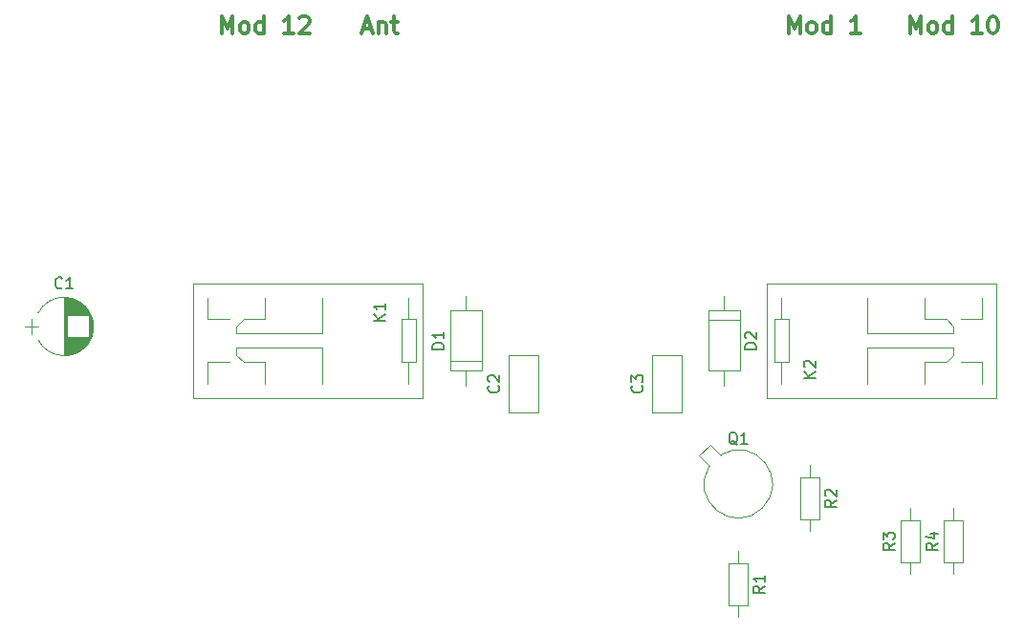
<source format=gbr>
G04 #@! TF.FileFunction,Legend,Top*
%FSLAX46Y46*%
G04 Gerber Fmt 4.6, Leading zero omitted, Abs format (unit mm)*
G04 Created by KiCad (PCBNEW 4.0.7) date 02/11/18 09:34:33*
%MOMM*%
%LPD*%
G01*
G04 APERTURE LIST*
%ADD10C,0.100000*%
%ADD11C,0.300000*%
%ADD12C,0.120000*%
%ADD13C,0.150000*%
G04 APERTURE END LIST*
D10*
D11*
X165767143Y-54018571D02*
X165767143Y-52518571D01*
X166267143Y-53590000D01*
X166767143Y-52518571D01*
X166767143Y-54018571D01*
X167695715Y-54018571D02*
X167552857Y-53947143D01*
X167481429Y-53875714D01*
X167410000Y-53732857D01*
X167410000Y-53304286D01*
X167481429Y-53161429D01*
X167552857Y-53090000D01*
X167695715Y-53018571D01*
X167910000Y-53018571D01*
X168052857Y-53090000D01*
X168124286Y-53161429D01*
X168195715Y-53304286D01*
X168195715Y-53732857D01*
X168124286Y-53875714D01*
X168052857Y-53947143D01*
X167910000Y-54018571D01*
X167695715Y-54018571D01*
X169481429Y-54018571D02*
X169481429Y-52518571D01*
X169481429Y-53947143D02*
X169338572Y-54018571D01*
X169052858Y-54018571D01*
X168910000Y-53947143D01*
X168838572Y-53875714D01*
X168767143Y-53732857D01*
X168767143Y-53304286D01*
X168838572Y-53161429D01*
X168910000Y-53090000D01*
X169052858Y-53018571D01*
X169338572Y-53018571D01*
X169481429Y-53090000D01*
X172124286Y-54018571D02*
X171267143Y-54018571D01*
X171695715Y-54018571D02*
X171695715Y-52518571D01*
X171552858Y-52732857D01*
X171410000Y-52875714D01*
X171267143Y-52947143D01*
X176482858Y-54018571D02*
X176482858Y-52518571D01*
X176982858Y-53590000D01*
X177482858Y-52518571D01*
X177482858Y-54018571D01*
X178411430Y-54018571D02*
X178268572Y-53947143D01*
X178197144Y-53875714D01*
X178125715Y-53732857D01*
X178125715Y-53304286D01*
X178197144Y-53161429D01*
X178268572Y-53090000D01*
X178411430Y-53018571D01*
X178625715Y-53018571D01*
X178768572Y-53090000D01*
X178840001Y-53161429D01*
X178911430Y-53304286D01*
X178911430Y-53732857D01*
X178840001Y-53875714D01*
X178768572Y-53947143D01*
X178625715Y-54018571D01*
X178411430Y-54018571D01*
X180197144Y-54018571D02*
X180197144Y-52518571D01*
X180197144Y-53947143D02*
X180054287Y-54018571D01*
X179768573Y-54018571D01*
X179625715Y-53947143D01*
X179554287Y-53875714D01*
X179482858Y-53732857D01*
X179482858Y-53304286D01*
X179554287Y-53161429D01*
X179625715Y-53090000D01*
X179768573Y-53018571D01*
X180054287Y-53018571D01*
X180197144Y-53090000D01*
X182840001Y-54018571D02*
X181982858Y-54018571D01*
X182411430Y-54018571D02*
X182411430Y-52518571D01*
X182268573Y-52732857D01*
X182125715Y-52875714D01*
X181982858Y-52947143D01*
X183768572Y-52518571D02*
X183911429Y-52518571D01*
X184054286Y-52590000D01*
X184125715Y-52661429D01*
X184197144Y-52804286D01*
X184268572Y-53090000D01*
X184268572Y-53447143D01*
X184197144Y-53732857D01*
X184125715Y-53875714D01*
X184054286Y-53947143D01*
X183911429Y-54018571D01*
X183768572Y-54018571D01*
X183625715Y-53947143D01*
X183554286Y-53875714D01*
X183482858Y-53732857D01*
X183411429Y-53447143D01*
X183411429Y-53090000D01*
X183482858Y-52804286D01*
X183554286Y-52661429D01*
X183625715Y-52590000D01*
X183768572Y-52518571D01*
X115522858Y-54018571D02*
X115522858Y-52518571D01*
X116022858Y-53590000D01*
X116522858Y-52518571D01*
X116522858Y-54018571D01*
X117451430Y-54018571D02*
X117308572Y-53947143D01*
X117237144Y-53875714D01*
X117165715Y-53732857D01*
X117165715Y-53304286D01*
X117237144Y-53161429D01*
X117308572Y-53090000D01*
X117451430Y-53018571D01*
X117665715Y-53018571D01*
X117808572Y-53090000D01*
X117880001Y-53161429D01*
X117951430Y-53304286D01*
X117951430Y-53732857D01*
X117880001Y-53875714D01*
X117808572Y-53947143D01*
X117665715Y-54018571D01*
X117451430Y-54018571D01*
X119237144Y-54018571D02*
X119237144Y-52518571D01*
X119237144Y-53947143D02*
X119094287Y-54018571D01*
X118808573Y-54018571D01*
X118665715Y-53947143D01*
X118594287Y-53875714D01*
X118522858Y-53732857D01*
X118522858Y-53304286D01*
X118594287Y-53161429D01*
X118665715Y-53090000D01*
X118808573Y-53018571D01*
X119094287Y-53018571D01*
X119237144Y-53090000D01*
X121880001Y-54018571D02*
X121022858Y-54018571D01*
X121451430Y-54018571D02*
X121451430Y-52518571D01*
X121308573Y-52732857D01*
X121165715Y-52875714D01*
X121022858Y-52947143D01*
X122451429Y-52661429D02*
X122522858Y-52590000D01*
X122665715Y-52518571D01*
X123022858Y-52518571D01*
X123165715Y-52590000D01*
X123237144Y-52661429D01*
X123308572Y-52804286D01*
X123308572Y-52947143D01*
X123237144Y-53161429D01*
X122380001Y-54018571D01*
X123308572Y-54018571D01*
X128075714Y-53590000D02*
X128790000Y-53590000D01*
X127932857Y-54018571D02*
X128432857Y-52518571D01*
X128932857Y-54018571D01*
X129432857Y-53018571D02*
X129432857Y-54018571D01*
X129432857Y-53161429D02*
X129504285Y-53090000D01*
X129647143Y-53018571D01*
X129861428Y-53018571D01*
X130004285Y-53090000D01*
X130075714Y-53232857D01*
X130075714Y-54018571D01*
X130575714Y-53018571D02*
X131147143Y-53018571D01*
X130790000Y-52518571D02*
X130790000Y-53804286D01*
X130861428Y-53947143D01*
X131004286Y-54018571D01*
X131147143Y-54018571D01*
D12*
X179480000Y-100920000D02*
X181200000Y-100920000D01*
X181200000Y-100920000D02*
X181200000Y-97200000D01*
X181200000Y-97200000D02*
X179480000Y-97200000D01*
X179480000Y-97200000D02*
X179480000Y-100920000D01*
X180340000Y-101990000D02*
X180340000Y-100920000D01*
X180340000Y-96130000D02*
X180340000Y-97200000D01*
X103885722Y-78830277D02*
G75*
G03X99274420Y-78830000I-2305722J-1179723D01*
G01*
X103885722Y-81189723D02*
G75*
G02X99274420Y-81190000I-2305722J1179723D01*
G01*
X103885722Y-81189723D02*
G75*
G03X103885580Y-78830000I-2305722J1179723D01*
G01*
X101580000Y-77460000D02*
X101580000Y-82560000D01*
X101620000Y-77460000D02*
X101620000Y-82560000D01*
X101660000Y-77461000D02*
X101660000Y-82559000D01*
X101700000Y-77462000D02*
X101700000Y-82558000D01*
X101740000Y-77464000D02*
X101740000Y-82556000D01*
X101780000Y-77467000D02*
X101780000Y-82553000D01*
X101820000Y-77471000D02*
X101820000Y-82549000D01*
X101860000Y-77475000D02*
X101860000Y-79030000D01*
X101860000Y-80990000D02*
X101860000Y-82545000D01*
X101900000Y-77479000D02*
X101900000Y-79030000D01*
X101900000Y-80990000D02*
X101900000Y-82541000D01*
X101940000Y-77485000D02*
X101940000Y-79030000D01*
X101940000Y-80990000D02*
X101940000Y-82535000D01*
X101980000Y-77491000D02*
X101980000Y-79030000D01*
X101980000Y-80990000D02*
X101980000Y-82529000D01*
X102020000Y-77497000D02*
X102020000Y-79030000D01*
X102020000Y-80990000D02*
X102020000Y-82523000D01*
X102060000Y-77504000D02*
X102060000Y-79030000D01*
X102060000Y-80990000D02*
X102060000Y-82516000D01*
X102100000Y-77512000D02*
X102100000Y-79030000D01*
X102100000Y-80990000D02*
X102100000Y-82508000D01*
X102140000Y-77521000D02*
X102140000Y-79030000D01*
X102140000Y-80990000D02*
X102140000Y-82499000D01*
X102180000Y-77530000D02*
X102180000Y-79030000D01*
X102180000Y-80990000D02*
X102180000Y-82490000D01*
X102220000Y-77540000D02*
X102220000Y-79030000D01*
X102220000Y-80990000D02*
X102220000Y-82480000D01*
X102260000Y-77550000D02*
X102260000Y-79030000D01*
X102260000Y-80990000D02*
X102260000Y-82470000D01*
X102301000Y-77562000D02*
X102301000Y-79030000D01*
X102301000Y-80990000D02*
X102301000Y-82458000D01*
X102341000Y-77574000D02*
X102341000Y-79030000D01*
X102341000Y-80990000D02*
X102341000Y-82446000D01*
X102381000Y-77586000D02*
X102381000Y-79030000D01*
X102381000Y-80990000D02*
X102381000Y-82434000D01*
X102421000Y-77600000D02*
X102421000Y-79030000D01*
X102421000Y-80990000D02*
X102421000Y-82420000D01*
X102461000Y-77614000D02*
X102461000Y-79030000D01*
X102461000Y-80990000D02*
X102461000Y-82406000D01*
X102501000Y-77628000D02*
X102501000Y-79030000D01*
X102501000Y-80990000D02*
X102501000Y-82392000D01*
X102541000Y-77644000D02*
X102541000Y-79030000D01*
X102541000Y-80990000D02*
X102541000Y-82376000D01*
X102581000Y-77660000D02*
X102581000Y-79030000D01*
X102581000Y-80990000D02*
X102581000Y-82360000D01*
X102621000Y-77677000D02*
X102621000Y-79030000D01*
X102621000Y-80990000D02*
X102621000Y-82343000D01*
X102661000Y-77695000D02*
X102661000Y-79030000D01*
X102661000Y-80990000D02*
X102661000Y-82325000D01*
X102701000Y-77714000D02*
X102701000Y-79030000D01*
X102701000Y-80990000D02*
X102701000Y-82306000D01*
X102741000Y-77734000D02*
X102741000Y-79030000D01*
X102741000Y-80990000D02*
X102741000Y-82286000D01*
X102781000Y-77754000D02*
X102781000Y-79030000D01*
X102781000Y-80990000D02*
X102781000Y-82266000D01*
X102821000Y-77776000D02*
X102821000Y-79030000D01*
X102821000Y-80990000D02*
X102821000Y-82244000D01*
X102861000Y-77798000D02*
X102861000Y-79030000D01*
X102861000Y-80990000D02*
X102861000Y-82222000D01*
X102901000Y-77821000D02*
X102901000Y-79030000D01*
X102901000Y-80990000D02*
X102901000Y-82199000D01*
X102941000Y-77845000D02*
X102941000Y-79030000D01*
X102941000Y-80990000D02*
X102941000Y-82175000D01*
X102981000Y-77870000D02*
X102981000Y-79030000D01*
X102981000Y-80990000D02*
X102981000Y-82150000D01*
X103021000Y-77897000D02*
X103021000Y-79030000D01*
X103021000Y-80990000D02*
X103021000Y-82123000D01*
X103061000Y-77924000D02*
X103061000Y-79030000D01*
X103061000Y-80990000D02*
X103061000Y-82096000D01*
X103101000Y-77952000D02*
X103101000Y-79030000D01*
X103101000Y-80990000D02*
X103101000Y-82068000D01*
X103141000Y-77982000D02*
X103141000Y-79030000D01*
X103141000Y-80990000D02*
X103141000Y-82038000D01*
X103181000Y-78013000D02*
X103181000Y-79030000D01*
X103181000Y-80990000D02*
X103181000Y-82007000D01*
X103221000Y-78045000D02*
X103221000Y-79030000D01*
X103221000Y-80990000D02*
X103221000Y-81975000D01*
X103261000Y-78078000D02*
X103261000Y-79030000D01*
X103261000Y-80990000D02*
X103261000Y-81942000D01*
X103301000Y-78113000D02*
X103301000Y-79030000D01*
X103301000Y-80990000D02*
X103301000Y-81907000D01*
X103341000Y-78149000D02*
X103341000Y-79030000D01*
X103341000Y-80990000D02*
X103341000Y-81871000D01*
X103381000Y-78187000D02*
X103381000Y-79030000D01*
X103381000Y-80990000D02*
X103381000Y-81833000D01*
X103421000Y-78227000D02*
X103421000Y-79030000D01*
X103421000Y-80990000D02*
X103421000Y-81793000D01*
X103461000Y-78268000D02*
X103461000Y-79030000D01*
X103461000Y-80990000D02*
X103461000Y-81752000D01*
X103501000Y-78311000D02*
X103501000Y-79030000D01*
X103501000Y-80990000D02*
X103501000Y-81709000D01*
X103541000Y-78356000D02*
X103541000Y-79030000D01*
X103541000Y-80990000D02*
X103541000Y-81664000D01*
X103581000Y-78404000D02*
X103581000Y-79030000D01*
X103581000Y-80990000D02*
X103581000Y-81616000D01*
X103621000Y-78454000D02*
X103621000Y-79030000D01*
X103621000Y-80990000D02*
X103621000Y-81566000D01*
X103661000Y-78506000D02*
X103661000Y-79030000D01*
X103661000Y-80990000D02*
X103661000Y-81514000D01*
X103701000Y-78562000D02*
X103701000Y-79030000D01*
X103701000Y-80990000D02*
X103701000Y-81458000D01*
X103741000Y-78620000D02*
X103741000Y-79030000D01*
X103741000Y-80990000D02*
X103741000Y-81400000D01*
X103781000Y-78683000D02*
X103781000Y-79030000D01*
X103781000Y-80990000D02*
X103781000Y-81337000D01*
X103821000Y-78749000D02*
X103821000Y-81271000D01*
X103861000Y-78821000D02*
X103861000Y-81199000D01*
X103901000Y-78898000D02*
X103901000Y-81122000D01*
X103941000Y-78982000D02*
X103941000Y-81038000D01*
X103981000Y-79076000D02*
X103981000Y-80944000D01*
X104021000Y-79181000D02*
X104021000Y-80839000D01*
X104061000Y-79303000D02*
X104061000Y-80717000D01*
X104101000Y-79451000D02*
X104101000Y-80569000D01*
X104141000Y-79656000D02*
X104141000Y-80364000D01*
X98130000Y-80010000D02*
X99330000Y-80010000D01*
X98730000Y-79360000D02*
X98730000Y-80660000D01*
X140930000Y-87670000D02*
X140930000Y-82550000D01*
X143550000Y-87670000D02*
X143550000Y-82550000D01*
X140930000Y-87670000D02*
X143550000Y-87670000D01*
X140930000Y-82550000D02*
X143550000Y-82550000D01*
X153630000Y-87670000D02*
X153630000Y-82550000D01*
X156250000Y-87670000D02*
X156250000Y-82550000D01*
X153630000Y-87670000D02*
X156250000Y-87670000D01*
X153630000Y-82550000D02*
X156250000Y-82550000D01*
X135750000Y-83940000D02*
X138570000Y-83940000D01*
X138570000Y-83940000D02*
X138570000Y-78620000D01*
X138570000Y-78620000D02*
X135750000Y-78620000D01*
X135750000Y-78620000D02*
X135750000Y-83940000D01*
X137160000Y-85280000D02*
X137160000Y-83940000D01*
X137160000Y-77280000D02*
X137160000Y-78620000D01*
X135750000Y-83100000D02*
X138570000Y-83100000D01*
X161430000Y-78620000D02*
X158610000Y-78620000D01*
X158610000Y-78620000D02*
X158610000Y-83940000D01*
X158610000Y-83940000D02*
X161430000Y-83940000D01*
X161430000Y-83940000D02*
X161430000Y-78620000D01*
X160020000Y-77280000D02*
X160020000Y-78620000D01*
X160020000Y-85280000D02*
X160020000Y-83940000D01*
X161430000Y-79460000D02*
X158610000Y-79460000D01*
D10*
X116205000Y-83185000D02*
X114300000Y-83185000D01*
X114300000Y-83185000D02*
X114300000Y-85090000D01*
X116840000Y-82550000D02*
X117475000Y-83185000D01*
X117475000Y-83185000D02*
X119380000Y-83185000D01*
X119380000Y-83185000D02*
X119380000Y-85090000D01*
X124460000Y-85090000D02*
X124460000Y-81915000D01*
X124460000Y-81915000D02*
X116840000Y-81915000D01*
X116840000Y-81915000D02*
X116840000Y-82550000D01*
X117475000Y-79375000D02*
X116840000Y-80010000D01*
X116840000Y-80010000D02*
X116840000Y-80645000D01*
X116840000Y-80645000D02*
X124460000Y-80645000D01*
X124460000Y-80645000D02*
X124460000Y-77470000D01*
X114300000Y-77470000D02*
X114300000Y-79375000D01*
X114300000Y-79375000D02*
X116205000Y-79375000D01*
X119380000Y-77470000D02*
X119380000Y-79375000D01*
X119380000Y-79375000D02*
X117475000Y-79375000D01*
X132080000Y-79375000D02*
X132080000Y-77470000D01*
X132715000Y-83185000D02*
X131445000Y-83185000D01*
X131445000Y-83185000D02*
X131445000Y-79375000D01*
X131445000Y-79375000D02*
X132715000Y-79375000D01*
X132715000Y-79375000D02*
X132715000Y-83185000D01*
X132080000Y-85090000D02*
X132080000Y-83185000D01*
X133350000Y-86360000D02*
X113030000Y-86360000D01*
X113030000Y-86360000D02*
X113030000Y-76200000D01*
X113030000Y-76200000D02*
X133350000Y-76200000D01*
X133350000Y-76200000D02*
X133350000Y-86360000D01*
X180975000Y-79375000D02*
X182880000Y-79375000D01*
X182880000Y-79375000D02*
X182880000Y-77470000D01*
X180340000Y-80010000D02*
X179705000Y-79375000D01*
X179705000Y-79375000D02*
X177800000Y-79375000D01*
X177800000Y-79375000D02*
X177800000Y-77470000D01*
X172720000Y-77470000D02*
X172720000Y-80645000D01*
X172720000Y-80645000D02*
X180340000Y-80645000D01*
X180340000Y-80645000D02*
X180340000Y-80010000D01*
X179705000Y-83185000D02*
X180340000Y-82550000D01*
X180340000Y-82550000D02*
X180340000Y-81915000D01*
X180340000Y-81915000D02*
X172720000Y-81915000D01*
X172720000Y-81915000D02*
X172720000Y-85090000D01*
X182880000Y-85090000D02*
X182880000Y-83185000D01*
X182880000Y-83185000D02*
X180975000Y-83185000D01*
X177800000Y-85090000D02*
X177800000Y-83185000D01*
X177800000Y-83185000D02*
X179705000Y-83185000D01*
X165100000Y-83185000D02*
X165100000Y-85090000D01*
X164465000Y-79375000D02*
X165735000Y-79375000D01*
X165735000Y-79375000D02*
X165735000Y-83185000D01*
X165735000Y-83185000D02*
X164465000Y-83185000D01*
X164465000Y-83185000D02*
X164465000Y-79375000D01*
X165100000Y-77470000D02*
X165100000Y-79375000D01*
X163830000Y-76200000D02*
X184150000Y-76200000D01*
X184150000Y-76200000D02*
X184150000Y-86360000D01*
X184150000Y-86360000D02*
X163830000Y-86360000D01*
X163830000Y-86360000D02*
X163830000Y-76200000D01*
D12*
X159707669Y-91407719D02*
X158795501Y-90495552D01*
X158795501Y-90495552D02*
X157805552Y-91485501D01*
X157805552Y-91485501D02*
X158717719Y-92397669D01*
X158717850Y-92397456D02*
G75*
G03X159707669Y-91407719I2572150J-1582544D01*
G01*
X162150000Y-101010000D02*
X160430000Y-101010000D01*
X160430000Y-101010000D02*
X160430000Y-104730000D01*
X160430000Y-104730000D02*
X162150000Y-104730000D01*
X162150000Y-104730000D02*
X162150000Y-101010000D01*
X161290000Y-99940000D02*
X161290000Y-101010000D01*
X161290000Y-105800000D02*
X161290000Y-104730000D01*
X168500000Y-93390000D02*
X166780000Y-93390000D01*
X166780000Y-93390000D02*
X166780000Y-97110000D01*
X166780000Y-97110000D02*
X168500000Y-97110000D01*
X168500000Y-97110000D02*
X168500000Y-93390000D01*
X167640000Y-92320000D02*
X167640000Y-93390000D01*
X167640000Y-98180000D02*
X167640000Y-97110000D01*
X175670000Y-100920000D02*
X177390000Y-100920000D01*
X177390000Y-100920000D02*
X177390000Y-97200000D01*
X177390000Y-97200000D02*
X175670000Y-97200000D01*
X175670000Y-97200000D02*
X175670000Y-100920000D01*
X176530000Y-101990000D02*
X176530000Y-100920000D01*
X176530000Y-96130000D02*
X176530000Y-97200000D01*
D13*
X178932381Y-99226666D02*
X178456190Y-99560000D01*
X178932381Y-99798095D02*
X177932381Y-99798095D01*
X177932381Y-99417142D01*
X177980000Y-99321904D01*
X178027619Y-99274285D01*
X178122857Y-99226666D01*
X178265714Y-99226666D01*
X178360952Y-99274285D01*
X178408571Y-99321904D01*
X178456190Y-99417142D01*
X178456190Y-99798095D01*
X178265714Y-98369523D02*
X178932381Y-98369523D01*
X177884762Y-98607619D02*
X178599048Y-98845714D01*
X178599048Y-98226666D01*
X101413334Y-76557143D02*
X101365715Y-76604762D01*
X101222858Y-76652381D01*
X101127620Y-76652381D01*
X100984762Y-76604762D01*
X100889524Y-76509524D01*
X100841905Y-76414286D01*
X100794286Y-76223810D01*
X100794286Y-76080952D01*
X100841905Y-75890476D01*
X100889524Y-75795238D01*
X100984762Y-75700000D01*
X101127620Y-75652381D01*
X101222858Y-75652381D01*
X101365715Y-75700000D01*
X101413334Y-75747619D01*
X102365715Y-76652381D02*
X101794286Y-76652381D01*
X102080000Y-76652381D02*
X102080000Y-75652381D01*
X101984762Y-75795238D01*
X101889524Y-75890476D01*
X101794286Y-75938095D01*
X140037143Y-85276666D02*
X140084762Y-85324285D01*
X140132381Y-85467142D01*
X140132381Y-85562380D01*
X140084762Y-85705238D01*
X139989524Y-85800476D01*
X139894286Y-85848095D01*
X139703810Y-85895714D01*
X139560952Y-85895714D01*
X139370476Y-85848095D01*
X139275238Y-85800476D01*
X139180000Y-85705238D01*
X139132381Y-85562380D01*
X139132381Y-85467142D01*
X139180000Y-85324285D01*
X139227619Y-85276666D01*
X139227619Y-84895714D02*
X139180000Y-84848095D01*
X139132381Y-84752857D01*
X139132381Y-84514761D01*
X139180000Y-84419523D01*
X139227619Y-84371904D01*
X139322857Y-84324285D01*
X139418095Y-84324285D01*
X139560952Y-84371904D01*
X140132381Y-84943333D01*
X140132381Y-84324285D01*
X152737143Y-85276666D02*
X152784762Y-85324285D01*
X152832381Y-85467142D01*
X152832381Y-85562380D01*
X152784762Y-85705238D01*
X152689524Y-85800476D01*
X152594286Y-85848095D01*
X152403810Y-85895714D01*
X152260952Y-85895714D01*
X152070476Y-85848095D01*
X151975238Y-85800476D01*
X151880000Y-85705238D01*
X151832381Y-85562380D01*
X151832381Y-85467142D01*
X151880000Y-85324285D01*
X151927619Y-85276666D01*
X151832381Y-84943333D02*
X151832381Y-84324285D01*
X152213333Y-84657619D01*
X152213333Y-84514761D01*
X152260952Y-84419523D01*
X152308571Y-84371904D01*
X152403810Y-84324285D01*
X152641905Y-84324285D01*
X152737143Y-84371904D01*
X152784762Y-84419523D01*
X152832381Y-84514761D01*
X152832381Y-84800476D01*
X152784762Y-84895714D01*
X152737143Y-84943333D01*
X135202381Y-82018095D02*
X134202381Y-82018095D01*
X134202381Y-81780000D01*
X134250000Y-81637142D01*
X134345238Y-81541904D01*
X134440476Y-81494285D01*
X134630952Y-81446666D01*
X134773810Y-81446666D01*
X134964286Y-81494285D01*
X135059524Y-81541904D01*
X135154762Y-81637142D01*
X135202381Y-81780000D01*
X135202381Y-82018095D01*
X135202381Y-80494285D02*
X135202381Y-81065714D01*
X135202381Y-80780000D02*
X134202381Y-80780000D01*
X134345238Y-80875238D01*
X134440476Y-80970476D01*
X134488095Y-81065714D01*
X162882381Y-82018095D02*
X161882381Y-82018095D01*
X161882381Y-81780000D01*
X161930000Y-81637142D01*
X162025238Y-81541904D01*
X162120476Y-81494285D01*
X162310952Y-81446666D01*
X162453810Y-81446666D01*
X162644286Y-81494285D01*
X162739524Y-81541904D01*
X162834762Y-81637142D01*
X162882381Y-81780000D01*
X162882381Y-82018095D01*
X161977619Y-81065714D02*
X161930000Y-81018095D01*
X161882381Y-80922857D01*
X161882381Y-80684761D01*
X161930000Y-80589523D01*
X161977619Y-80541904D01*
X162072857Y-80494285D01*
X162168095Y-80494285D01*
X162310952Y-80541904D01*
X162882381Y-81113333D01*
X162882381Y-80494285D01*
X129992381Y-79478095D02*
X128992381Y-79478095D01*
X129992381Y-78906666D02*
X129420952Y-79335238D01*
X128992381Y-78906666D02*
X129563810Y-79478095D01*
X129992381Y-77954285D02*
X129992381Y-78525714D01*
X129992381Y-78240000D02*
X128992381Y-78240000D01*
X129135238Y-78335238D01*
X129230476Y-78430476D01*
X129278095Y-78525714D01*
X168092381Y-84558095D02*
X167092381Y-84558095D01*
X168092381Y-83986666D02*
X167520952Y-84415238D01*
X167092381Y-83986666D02*
X167663810Y-84558095D01*
X167187619Y-83605714D02*
X167140000Y-83558095D01*
X167092381Y-83462857D01*
X167092381Y-83224761D01*
X167140000Y-83129523D01*
X167187619Y-83081904D01*
X167282857Y-83034285D01*
X167378095Y-83034285D01*
X167520952Y-83081904D01*
X168092381Y-83653333D01*
X168092381Y-83034285D01*
X161194762Y-90507619D02*
X161099524Y-90460000D01*
X161004286Y-90364762D01*
X160861429Y-90221905D01*
X160766190Y-90174286D01*
X160670952Y-90174286D01*
X160718571Y-90412381D02*
X160623333Y-90364762D01*
X160528095Y-90269524D01*
X160480476Y-90079048D01*
X160480476Y-89745714D01*
X160528095Y-89555238D01*
X160623333Y-89460000D01*
X160718571Y-89412381D01*
X160909048Y-89412381D01*
X161004286Y-89460000D01*
X161099524Y-89555238D01*
X161147143Y-89745714D01*
X161147143Y-90079048D01*
X161099524Y-90269524D01*
X161004286Y-90364762D01*
X160909048Y-90412381D01*
X160718571Y-90412381D01*
X162099524Y-90412381D02*
X161528095Y-90412381D01*
X161813809Y-90412381D02*
X161813809Y-89412381D01*
X161718571Y-89555238D01*
X161623333Y-89650476D01*
X161528095Y-89698095D01*
X163602381Y-103036666D02*
X163126190Y-103370000D01*
X163602381Y-103608095D02*
X162602381Y-103608095D01*
X162602381Y-103227142D01*
X162650000Y-103131904D01*
X162697619Y-103084285D01*
X162792857Y-103036666D01*
X162935714Y-103036666D01*
X163030952Y-103084285D01*
X163078571Y-103131904D01*
X163126190Y-103227142D01*
X163126190Y-103608095D01*
X163602381Y-102084285D02*
X163602381Y-102655714D01*
X163602381Y-102370000D02*
X162602381Y-102370000D01*
X162745238Y-102465238D01*
X162840476Y-102560476D01*
X162888095Y-102655714D01*
X169952381Y-95416666D02*
X169476190Y-95750000D01*
X169952381Y-95988095D02*
X168952381Y-95988095D01*
X168952381Y-95607142D01*
X169000000Y-95511904D01*
X169047619Y-95464285D01*
X169142857Y-95416666D01*
X169285714Y-95416666D01*
X169380952Y-95464285D01*
X169428571Y-95511904D01*
X169476190Y-95607142D01*
X169476190Y-95988095D01*
X169047619Y-95035714D02*
X169000000Y-94988095D01*
X168952381Y-94892857D01*
X168952381Y-94654761D01*
X169000000Y-94559523D01*
X169047619Y-94511904D01*
X169142857Y-94464285D01*
X169238095Y-94464285D01*
X169380952Y-94511904D01*
X169952381Y-95083333D01*
X169952381Y-94464285D01*
X175122381Y-99226666D02*
X174646190Y-99560000D01*
X175122381Y-99798095D02*
X174122381Y-99798095D01*
X174122381Y-99417142D01*
X174170000Y-99321904D01*
X174217619Y-99274285D01*
X174312857Y-99226666D01*
X174455714Y-99226666D01*
X174550952Y-99274285D01*
X174598571Y-99321904D01*
X174646190Y-99417142D01*
X174646190Y-99798095D01*
X174122381Y-98893333D02*
X174122381Y-98274285D01*
X174503333Y-98607619D01*
X174503333Y-98464761D01*
X174550952Y-98369523D01*
X174598571Y-98321904D01*
X174693810Y-98274285D01*
X174931905Y-98274285D01*
X175027143Y-98321904D01*
X175074762Y-98369523D01*
X175122381Y-98464761D01*
X175122381Y-98750476D01*
X175074762Y-98845714D01*
X175027143Y-98893333D01*
M02*

</source>
